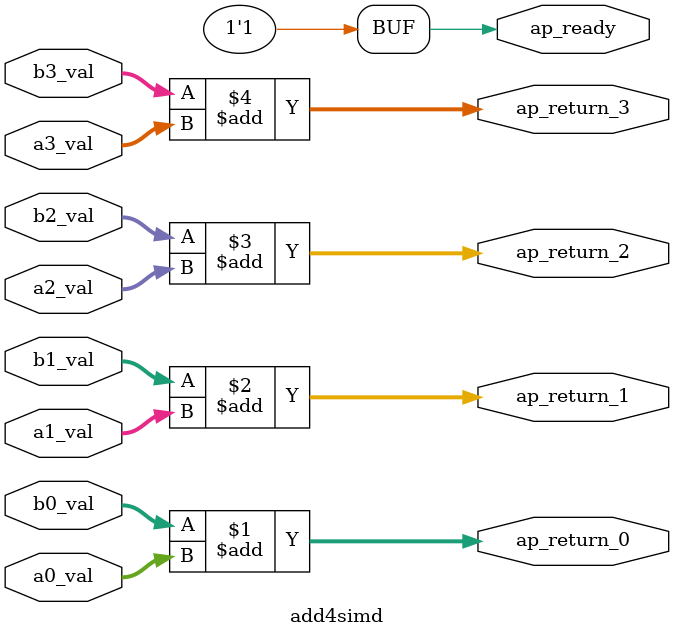
<source format=v>
`timescale 1ns/1ps

(* use_dsp = "simd" *)
(* use_simd = "four12" *)
(* use_mult = "none" *)
(* dont_touch = "true" *)
module add4simd (
        ap_ready,
        a0_val,
        b0_val,
        a1_val,
        b1_val,
        a2_val,
        b2_val,
        a3_val,
        b3_val,
        ap_return_0,
        ap_return_1,
        ap_return_2,
        ap_return_3
);

output   ap_ready;
input  [11:0] a0_val;
input  [11:0] b0_val;
input  [11:0] a1_val;
input  [11:0] b1_val;
input  [11:0] a2_val;
input  [11:0] b2_val;
input  [11:0] a3_val;
input  [11:0] b3_val;
output  [11:0] ap_return_0;
output  [11:0] ap_return_1;
output  [11:0] ap_return_2;
output  [11:0] ap_return_3;

assign ap_return_0 = (b0_val + a0_val);
assign ap_return_1 = (b1_val + a1_val);
assign ap_return_2 = (b2_val + a2_val);
assign ap_return_3 = (b3_val + a3_val);

assign ap_ready = 1'b1;

endmodule //add4simd

</source>
